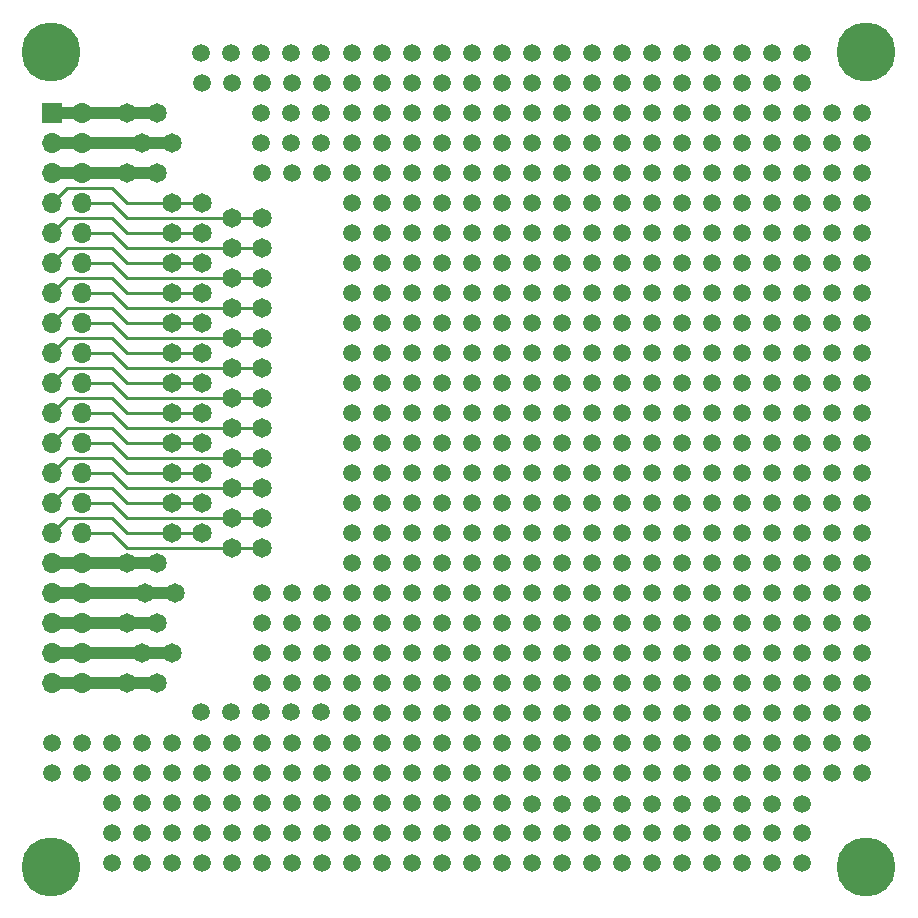
<source format=gbr>
%TF.GenerationSoftware,KiCad,Pcbnew,(6.0.1)*%
%TF.CreationDate,2023-02-05T21:11:55-08:00*%
%TF.ProjectId,ESP32 Carrier Protoboard - R1,45535033-3220-4436-9172-726965722050,rev?*%
%TF.SameCoordinates,Original*%
%TF.FileFunction,Copper,L1,Top*%
%TF.FilePolarity,Positive*%
%FSLAX46Y46*%
G04 Gerber Fmt 4.6, Leading zero omitted, Abs format (unit mm)*
G04 Created by KiCad (PCBNEW (6.0.1)) date 2023-02-05 21:11:55*
%MOMM*%
%LPD*%
G01*
G04 APERTURE LIST*
%TA.AperFunction,ComponentPad*%
%ADD10C,1.500000*%
%TD*%
%TA.AperFunction,ComponentPad*%
%ADD11C,1.651000*%
%TD*%
%TA.AperFunction,ComponentPad*%
%ADD12C,0.800000*%
%TD*%
%TA.AperFunction,ComponentPad*%
%ADD13C,5.000000*%
%TD*%
%TA.AperFunction,ComponentPad*%
%ADD14R,1.700000X1.700000*%
%TD*%
%TA.AperFunction,ComponentPad*%
%ADD15O,1.700000X1.700000*%
%TD*%
%TA.AperFunction,Conductor*%
%ADD16C,1.000000*%
%TD*%
%TA.AperFunction,Conductor*%
%ADD17C,0.250000*%
%TD*%
G04 APERTURE END LIST*
D10*
%TO.P,REF\u002A\u002A,1*%
%TO.N,N/C*%
X63974988Y-3153100D03*
%TD*%
%TO.P,REF\u002A\u002A,1*%
%TO.N,N/C*%
X58894988Y-3153100D03*
%TD*%
%TO.P,REF\u002A\u002A,1*%
%TO.N,N/C*%
X66514988Y-3153100D03*
%TD*%
%TO.P,REF\u002A\u002A,1*%
%TO.N,N/C*%
X61434988Y-3153100D03*
%TD*%
%TO.P,REF\u002A\u002A,1*%
%TO.N,N/C*%
X63974988Y-5693100D03*
%TD*%
%TO.P,REF\u002A\u002A,1*%
%TO.N,N/C*%
X58894988Y-5693100D03*
%TD*%
%TO.P,REF\u002A\u002A,1*%
%TO.N,N/C*%
X66514988Y-5693100D03*
%TD*%
%TO.P,REF\u002A\u002A,1*%
%TO.N,N/C*%
X61434988Y-5693100D03*
%TD*%
%TO.P,REF\u002A\u002A,1*%
%TO.N,N/C*%
X18218699Y-3121725D03*
%TD*%
%TO.P,REF\u002A\u002A,1*%
%TO.N,N/C*%
X23298699Y-3121725D03*
%TD*%
%TO.P,REF\u002A\u002A,1*%
%TO.N,N/C*%
X15678699Y-3121725D03*
%TD*%
%TO.P,REF\u002A\u002A,1*%
%TO.N,N/C*%
X20758699Y-3121725D03*
%TD*%
%TO.P,REF\u002A\u002A,1*%
%TO.N,N/C*%
X25838699Y-3121725D03*
%TD*%
%TO.P,REF\u002A\u002A,1*%
%TO.N,N/C*%
X18254988Y-5693100D03*
%TD*%
%TO.P,REF\u002A\u002A,1*%
%TO.N,N/C*%
X23334988Y-5693100D03*
%TD*%
%TO.P,REF\u002A\u002A,1*%
%TO.N,N/C*%
X15714988Y-5693100D03*
%TD*%
%TO.P,REF\u002A\u002A,1*%
%TO.N,N/C*%
X20794988Y-5693100D03*
%TD*%
%TO.P,REF\u002A\u002A,1*%
%TO.N,N/C*%
X25874988Y-5693100D03*
%TD*%
%TO.P,REF\u002A\u002A,1*%
%TO.N,N/C*%
X20758699Y-8212925D03*
%TD*%
%TO.P,REF\u002A\u002A,1*%
%TO.N,N/C*%
X23298699Y-8212925D03*
%TD*%
%TO.P,REF\u002A\u002A,1*%
%TO.N,N/C*%
X25838699Y-8212925D03*
%TD*%
%TO.P,REF\u002A\u002A,1*%
%TO.N,N/C*%
X20758699Y-10745127D03*
%TD*%
%TO.P,REF\u002A\u002A,1*%
%TO.N,N/C*%
X23298699Y-10745127D03*
%TD*%
%TO.P,REF\u002A\u002A,1*%
%TO.N,N/C*%
X25838699Y-10745127D03*
%TD*%
%TO.P,REF\u002A\u002A,1*%
%TO.N,N/C*%
X20794988Y-13313100D03*
%TD*%
%TO.P,REF\u002A\u002A,1*%
%TO.N,N/C*%
X23334988Y-13313100D03*
%TD*%
%TO.P,REF\u002A\u002A,1*%
%TO.N,N/C*%
X25874988Y-13313100D03*
%TD*%
%TO.P,REF\u002A\u002A,1*%
%TO.N,N/C*%
X20794988Y-48873100D03*
%TD*%
%TO.P,REF\u002A\u002A,1*%
%TO.N,N/C*%
X23334988Y-48873100D03*
%TD*%
%TO.P,REF\u002A\u002A,1*%
%TO.N,N/C*%
X25874988Y-48873100D03*
%TD*%
%TO.P,REF\u002A\u002A,1*%
%TO.N,N/C*%
X20794988Y-51413100D03*
%TD*%
%TO.P,REF\u002A\u002A,1*%
%TO.N,N/C*%
X23334988Y-51413100D03*
%TD*%
%TO.P,REF\u002A\u002A,1*%
%TO.N,N/C*%
X25874988Y-51413100D03*
%TD*%
%TO.P,REF\u002A\u002A,1*%
%TO.N,N/C*%
X20794988Y-53953100D03*
%TD*%
%TO.P,REF\u002A\u002A,1*%
%TO.N,N/C*%
X23334988Y-53953100D03*
%TD*%
%TO.P,REF\u002A\u002A,1*%
%TO.N,N/C*%
X25874988Y-53953100D03*
%TD*%
%TO.P,REF\u002A\u002A,1*%
%TO.N,N/C*%
X20794988Y-56493100D03*
%TD*%
%TO.P,REF\u002A\u002A,1*%
%TO.N,N/C*%
X23334988Y-56493100D03*
%TD*%
%TO.P,REF\u002A\u002A,1*%
%TO.N,N/C*%
X25874988Y-56493100D03*
%TD*%
%TO.P,REF\u002A\u002A,1*%
%TO.N,N/C*%
X10634988Y-61573100D03*
%TD*%
%TO.P,REF\u002A\u002A,1*%
%TO.N,N/C*%
X8094988Y-61573100D03*
%TD*%
%TO.P,REF\u002A\u002A,1*%
%TO.N,N/C*%
X5554988Y-61573100D03*
%TD*%
%TO.P,REF\u002A\u002A,1*%
%TO.N,N/C*%
X3014988Y-61573100D03*
%TD*%
%TO.P,REF\u002A\u002A,1*%
%TO.N,N/C*%
X13174988Y-61573100D03*
%TD*%
%TO.P,REF\u002A\u002A,1*%
%TO.N,N/C*%
X10634988Y-64113100D03*
%TD*%
%TO.P,REF\u002A\u002A,1*%
%TO.N,N/C*%
X8094988Y-64113100D03*
%TD*%
%TO.P,REF\u002A\u002A,1*%
%TO.N,N/C*%
X5554988Y-64113100D03*
%TD*%
%TO.P,REF\u002A\u002A,1*%
%TO.N,N/C*%
X3014988Y-64113100D03*
%TD*%
%TO.P,REF\u002A\u002A,1*%
%TO.N,N/C*%
X13174988Y-64113100D03*
%TD*%
%TO.P,REF\u002A\u002A,1*%
%TO.N,N/C*%
X23303165Y-58950754D03*
%TD*%
%TO.P,REF\u002A\u002A,1*%
%TO.N,N/C*%
X20763165Y-58950754D03*
%TD*%
%TO.P,REF\u002A\u002A,1*%
%TO.N,N/C*%
X18223165Y-58950754D03*
%TD*%
%TO.P,REF\u002A\u002A,1*%
%TO.N,N/C*%
X15683165Y-58950754D03*
%TD*%
%TO.P,REF\u002A\u002A,1*%
%TO.N,N/C*%
X25843165Y-58950754D03*
%TD*%
%TO.P,REF\u002A\u002A,1*%
%TO.N,N/C*%
X23334988Y-61573100D03*
%TD*%
%TO.P,REF\u002A\u002A,1*%
%TO.N,N/C*%
X20794988Y-61573100D03*
%TD*%
%TO.P,REF\u002A\u002A,1*%
%TO.N,N/C*%
X18254988Y-61573100D03*
%TD*%
%TO.P,REF\u002A\u002A,1*%
%TO.N,N/C*%
X15714988Y-61573100D03*
%TD*%
%TO.P,REF\u002A\u002A,1*%
%TO.N,N/C*%
X25874988Y-61573100D03*
%TD*%
%TO.P,REF\u002A\u002A,1*%
%TO.N,N/C*%
X23334988Y-64113100D03*
%TD*%
%TO.P,REF\u002A\u002A,1*%
%TO.N,N/C*%
X20794988Y-64113100D03*
%TD*%
%TO.P,REF\u002A\u002A,1*%
%TO.N,N/C*%
X18254988Y-64113100D03*
%TD*%
%TO.P,REF\u002A\u002A,1*%
%TO.N,N/C*%
X15714988Y-64113100D03*
%TD*%
%TO.P,REF\u002A\u002A,1*%
%TO.N,N/C*%
X25874988Y-64113100D03*
%TD*%
%TO.P,REF\u002A\u002A,1*%
%TO.N,N/C*%
X56354988Y-3153100D03*
%TD*%
%TO.P,REF\u002A\u002A,1*%
%TO.N,N/C*%
X43654988Y-3153100D03*
%TD*%
%TO.P,REF\u002A\u002A,1*%
%TO.N,N/C*%
X46194988Y-5693100D03*
%TD*%
%TO.P,REF\u002A\u002A,1*%
%TO.N,N/C*%
X43654988Y-5693100D03*
%TD*%
%TO.P,REF\u002A\u002A,1*%
%TO.N,N/C*%
X46194988Y-3153100D03*
%TD*%
%TO.P,REF\u002A\u002A,1*%
%TO.N,N/C*%
X48734988Y-5693100D03*
%TD*%
%TO.P,REF\u002A\u002A,1*%
%TO.N,N/C*%
X51274988Y-3153100D03*
%TD*%
%TO.P,REF\u002A\u002A,1*%
%TO.N,N/C*%
X48734988Y-3153100D03*
%TD*%
%TO.P,REF\u002A\u002A,1*%
%TO.N,N/C*%
X53814988Y-5693100D03*
%TD*%
%TO.P,REF\u002A\u002A,1*%
%TO.N,N/C*%
X51274988Y-5693100D03*
%TD*%
%TO.P,REF\u002A\u002A,1*%
%TO.N,N/C*%
X56354988Y-5693100D03*
%TD*%
%TO.P,REF\u002A\u002A,1*%
%TO.N,N/C*%
X53814988Y-3153100D03*
%TD*%
%TO.P,REF\u002A\u002A,1*%
%TO.N,N/C*%
X30954988Y-3153100D03*
%TD*%
%TO.P,REF\u002A\u002A,1*%
%TO.N,N/C*%
X33494988Y-5693100D03*
%TD*%
%TO.P,REF\u002A\u002A,1*%
%TO.N,N/C*%
X41114988Y-3153100D03*
%TD*%
%TO.P,REF\u002A\u002A,1*%
%TO.N,N/C*%
X30954988Y-5693100D03*
%TD*%
%TO.P,REF\u002A\u002A,1*%
%TO.N,N/C*%
X38574988Y-5693100D03*
%TD*%
%TO.P,REF\u002A\u002A,1*%
%TO.N,N/C*%
X33494988Y-3153100D03*
%TD*%
%TO.P,REF\u002A\u002A,1*%
%TO.N,N/C*%
X28414988Y-3153100D03*
%TD*%
%TO.P,REF\u002A\u002A,1*%
%TO.N,N/C*%
X28414988Y-5693100D03*
%TD*%
%TO.P,REF\u002A\u002A,1*%
%TO.N,N/C*%
X36034988Y-3153100D03*
%TD*%
%TO.P,REF\u002A\u002A,1*%
%TO.N,N/C*%
X41114988Y-5693100D03*
%TD*%
%TO.P,REF\u002A\u002A,1*%
%TO.N,N/C*%
X38574988Y-3153100D03*
%TD*%
%TO.P,REF\u002A\u002A,1*%
%TO.N,N/C*%
X36034988Y-5693100D03*
%TD*%
%TO.P,REF\u002A\u002A,1*%
%TO.N,N/C*%
X33494988Y-64113100D03*
%TD*%
%TO.P,REF\u002A\u002A,1*%
%TO.N,N/C*%
X36034988Y-64113100D03*
%TD*%
%TO.P,REF\u002A\u002A,1*%
%TO.N,N/C*%
X38574988Y-64113100D03*
%TD*%
%TO.P,REF\u002A\u002A,1*%
%TO.N,N/C*%
X28414988Y-64113100D03*
%TD*%
%TO.P,REF\u002A\u002A,1*%
%TO.N,N/C*%
X30954988Y-64113100D03*
%TD*%
%TO.P,REF\u002A\u002A,1*%
%TO.N,N/C*%
X41114988Y-64113100D03*
%TD*%
%TO.P,REF\u002A\u002A,1*%
%TO.N,N/C*%
X69054988Y-64113100D03*
%TD*%
%TO.P,REF\u002A\u002A,1*%
%TO.N,N/C*%
X51274988Y-64113100D03*
%TD*%
%TO.P,REF\u002A\u002A,1*%
%TO.N,N/C*%
X48734988Y-64113100D03*
%TD*%
%TO.P,REF\u002A\u002A,1*%
%TO.N,N/C*%
X58894988Y-64113100D03*
%TD*%
%TO.P,REF\u002A\u002A,1*%
%TO.N,N/C*%
X53814988Y-64113100D03*
%TD*%
%TO.P,REF\u002A\u002A,1*%
%TO.N,N/C*%
X71594988Y-64113100D03*
%TD*%
%TO.P,REF\u002A\u002A,1*%
%TO.N,N/C*%
X66514988Y-64113100D03*
%TD*%
%TO.P,REF\u002A\u002A,1*%
%TO.N,N/C*%
X46194988Y-64113100D03*
%TD*%
%TO.P,REF\u002A\u002A,1*%
%TO.N,N/C*%
X61434988Y-64113100D03*
%TD*%
%TO.P,REF\u002A\u002A,1*%
%TO.N,N/C*%
X63974988Y-64113100D03*
%TD*%
%TO.P,REF\u002A\u002A,1*%
%TO.N,N/C*%
X43654988Y-64113100D03*
%TD*%
%TO.P,REF\u002A\u002A,1*%
%TO.N,N/C*%
X56354988Y-64113100D03*
%TD*%
%TO.P,REF\u002A\u002A,1*%
%TO.N,N/C*%
X41114988Y-8233100D03*
%TD*%
%TO.P,REF\u002A\u002A,1*%
%TO.N,N/C*%
X28414988Y-8233100D03*
%TD*%
%TO.P,REF\u002A\u002A,1*%
%TO.N,N/C*%
X30954988Y-10773100D03*
%TD*%
%TO.P,REF\u002A\u002A,1*%
%TO.N,N/C*%
X28414988Y-10773100D03*
%TD*%
%TO.P,REF\u002A\u002A,1*%
%TO.N,N/C*%
X30954988Y-8233100D03*
%TD*%
%TO.P,REF\u002A\u002A,1*%
%TO.N,N/C*%
X33494988Y-10773100D03*
%TD*%
%TO.P,REF\u002A\u002A,1*%
%TO.N,N/C*%
X36034988Y-8233100D03*
%TD*%
%TO.P,REF\u002A\u002A,1*%
%TO.N,N/C*%
X33494988Y-8233100D03*
%TD*%
%TO.P,REF\u002A\u002A,1*%
%TO.N,N/C*%
X38574988Y-10773100D03*
%TD*%
%TO.P,REF\u002A\u002A,1*%
%TO.N,N/C*%
X33494988Y-23473100D03*
%TD*%
%TO.P,REF\u002A\u002A,1*%
%TO.N,N/C*%
X41114988Y-23473100D03*
%TD*%
%TO.P,REF\u002A\u002A,1*%
%TO.N,N/C*%
X30954988Y-18393100D03*
%TD*%
%TO.P,REF\u002A\u002A,1*%
%TO.N,N/C*%
X33494988Y-20933100D03*
%TD*%
%TO.P,REF\u002A\u002A,1*%
%TO.N,N/C*%
X38574988Y-23473100D03*
%TD*%
%TO.P,REF\u002A\u002A,1*%
%TO.N,N/C*%
X41114988Y-13313100D03*
%TD*%
%TO.P,REF\u002A\u002A,1*%
%TO.N,N/C*%
X36034988Y-10773100D03*
%TD*%
%TO.P,REF\u002A\u002A,1*%
%TO.N,N/C*%
X41114988Y-10773100D03*
%TD*%
%TO.P,REF\u002A\u002A,1*%
%TO.N,N/C*%
X38574988Y-8233100D03*
%TD*%
%TO.P,REF\u002A\u002A,1*%
%TO.N,N/C*%
X38574988Y-18393100D03*
%TD*%
%TO.P,REF\u002A\u002A,1*%
%TO.N,N/C*%
X41114988Y-20933100D03*
%TD*%
%TO.P,REF\u002A\u002A,1*%
%TO.N,N/C*%
X36034988Y-23473100D03*
%TD*%
%TO.P,REF\u002A\u002A,1*%
%TO.N,N/C*%
X30954988Y-15853100D03*
%TD*%
%TO.P,REF\u002A\u002A,1*%
%TO.N,N/C*%
X28414988Y-13313100D03*
%TD*%
%TO.P,REF\u002A\u002A,1*%
%TO.N,N/C*%
X30954988Y-20933100D03*
%TD*%
%TO.P,REF\u002A\u002A,1*%
%TO.N,N/C*%
X36034988Y-15853100D03*
%TD*%
%TO.P,REF\u002A\u002A,1*%
%TO.N,N/C*%
X28414988Y-20933100D03*
%TD*%
%TO.P,REF\u002A\u002A,1*%
%TO.N,N/C*%
X33494988Y-18393100D03*
%TD*%
%TO.P,REF\u002A\u002A,1*%
%TO.N,N/C*%
X28414988Y-15853100D03*
%TD*%
%TO.P,REF\u002A\u002A,1*%
%TO.N,N/C*%
X36034988Y-20933100D03*
%TD*%
%TO.P,REF\u002A\u002A,1*%
%TO.N,N/C*%
X30954988Y-13313100D03*
%TD*%
%TO.P,REF\u002A\u002A,1*%
%TO.N,N/C*%
X38574988Y-20933100D03*
%TD*%
%TO.P,REF\u002A\u002A,1*%
%TO.N,N/C*%
X28414988Y-23473100D03*
%TD*%
%TO.P,REF\u002A\u002A,1*%
%TO.N,N/C*%
X41114988Y-15853100D03*
%TD*%
%TO.P,REF\u002A\u002A,1*%
%TO.N,N/C*%
X30954988Y-23473100D03*
%TD*%
%TO.P,REF\u002A\u002A,1*%
%TO.N,N/C*%
X33494988Y-15853100D03*
%TD*%
%TO.P,REF\u002A\u002A,1*%
%TO.N,N/C*%
X41114988Y-18393100D03*
%TD*%
%TO.P,REF\u002A\u002A,1*%
%TO.N,N/C*%
X38574988Y-13313100D03*
%TD*%
%TO.P,REF\u002A\u002A,1*%
%TO.N,N/C*%
X33494988Y-13313100D03*
%TD*%
%TO.P,REF\u002A\u002A,1*%
%TO.N,N/C*%
X36034988Y-13313100D03*
%TD*%
%TO.P,REF\u002A\u002A,1*%
%TO.N,N/C*%
X28414988Y-18393100D03*
%TD*%
%TO.P,REF\u002A\u002A,1*%
%TO.N,N/C*%
X38574988Y-15853100D03*
%TD*%
%TO.P,REF\u002A\u002A,1*%
%TO.N,N/C*%
X36034988Y-18393100D03*
%TD*%
%TO.P,REF\u002A\u002A,1*%
%TO.N,N/C*%
X33494988Y-36173100D03*
%TD*%
%TO.P,REF\u002A\u002A,1*%
%TO.N,N/C*%
X30954988Y-31093100D03*
%TD*%
%TO.P,REF\u002A\u002A,1*%
%TO.N,N/C*%
X33494988Y-46333100D03*
%TD*%
%TO.P,REF\u002A\u002A,1*%
%TO.N,N/C*%
X38574988Y-41253100D03*
%TD*%
%TO.P,REF\u002A\u002A,1*%
%TO.N,N/C*%
X41114988Y-48873100D03*
%TD*%
%TO.P,REF\u002A\u002A,1*%
%TO.N,N/C*%
X38574988Y-36173100D03*
%TD*%
%TO.P,REF\u002A\u002A,1*%
%TO.N,N/C*%
X41114988Y-36173100D03*
%TD*%
%TO.P,REF\u002A\u002A,1*%
%TO.N,N/C*%
X30954988Y-43793100D03*
%TD*%
%TO.P,REF\u002A\u002A,1*%
%TO.N,N/C*%
X41114988Y-53953100D03*
%TD*%
%TO.P,REF\u002A\u002A,1*%
%TO.N,N/C*%
X33494988Y-33633100D03*
%TD*%
%TO.P,REF\u002A\u002A,1*%
%TO.N,N/C*%
X36034988Y-46333100D03*
%TD*%
%TO.P,REF\u002A\u002A,1*%
%TO.N,N/C*%
X28414988Y-43793100D03*
%TD*%
%TO.P,REF\u002A\u002A,1*%
%TO.N,N/C*%
X41114988Y-26013100D03*
%TD*%
%TO.P,REF\u002A\u002A,1*%
%TO.N,N/C*%
X36034988Y-43793100D03*
%TD*%
%TO.P,REF\u002A\u002A,1*%
%TO.N,N/C*%
X36034988Y-51413100D03*
%TD*%
%TO.P,REF\u002A\u002A,1*%
%TO.N,N/C*%
X30954988Y-46333100D03*
%TD*%
%TO.P,REF\u002A\u002A,1*%
%TO.N,N/C*%
X41114988Y-38713100D03*
%TD*%
%TO.P,REF\u002A\u002A,1*%
%TO.N,N/C*%
X36034988Y-48873100D03*
%TD*%
%TO.P,REF\u002A\u002A,1*%
%TO.N,N/C*%
X30954988Y-51413100D03*
%TD*%
%TO.P,REF\u002A\u002A,1*%
%TO.N,N/C*%
X41114988Y-46333100D03*
%TD*%
%TO.P,REF\u002A\u002A,1*%
%TO.N,N/C*%
X33494988Y-43793100D03*
%TD*%
%TO.P,REF\u002A\u002A,1*%
%TO.N,N/C*%
X33494988Y-59033100D03*
%TD*%
%TO.P,REF\u002A\u002A,1*%
%TO.N,N/C*%
X33494988Y-53953100D03*
%TD*%
%TO.P,REF\u002A\u002A,1*%
%TO.N,N/C*%
X28414988Y-51413100D03*
%TD*%
%TO.P,REF\u002A\u002A,1*%
%TO.N,N/C*%
X38574988Y-31093100D03*
%TD*%
%TO.P,REF\u002A\u002A,1*%
%TO.N,N/C*%
X38574988Y-51413100D03*
%TD*%
%TO.P,REF\u002A\u002A,1*%
%TO.N,N/C*%
X36034988Y-61573100D03*
%TD*%
%TO.P,REF\u002A\u002A,1*%
%TO.N,N/C*%
X33494988Y-61573100D03*
%TD*%
%TO.P,REF\u002A\u002A,1*%
%TO.N,N/C*%
X30954988Y-36173100D03*
%TD*%
%TO.P,REF\u002A\u002A,1*%
%TO.N,N/C*%
X41114988Y-33633100D03*
%TD*%
%TO.P,REF\u002A\u002A,1*%
%TO.N,N/C*%
X28414988Y-41253100D03*
%TD*%
%TO.P,REF\u002A\u002A,1*%
%TO.N,N/C*%
X28414988Y-28553100D03*
%TD*%
%TO.P,REF\u002A\u002A,1*%
%TO.N,N/C*%
X28414988Y-36173100D03*
%TD*%
%TO.P,REF\u002A\u002A,1*%
%TO.N,N/C*%
X41114988Y-28553100D03*
%TD*%
%TO.P,REF\u002A\u002A,1*%
%TO.N,N/C*%
X30954988Y-33633100D03*
%TD*%
%TO.P,REF\u002A\u002A,1*%
%TO.N,N/C*%
X30954988Y-59033100D03*
%TD*%
%TO.P,REF\u002A\u002A,1*%
%TO.N,N/C*%
X36034988Y-36173100D03*
%TD*%
%TO.P,REF\u002A\u002A,1*%
%TO.N,N/C*%
X30954988Y-56493100D03*
%TD*%
%TO.P,REF\u002A\u002A,1*%
%TO.N,N/C*%
X30954988Y-53953100D03*
%TD*%
%TO.P,REF\u002A\u002A,1*%
%TO.N,N/C*%
X41114988Y-51413100D03*
%TD*%
%TO.P,REF\u002A\u002A,1*%
%TO.N,N/C*%
X30954988Y-38713100D03*
%TD*%
%TO.P,REF\u002A\u002A,1*%
%TO.N,N/C*%
X38574988Y-46333100D03*
%TD*%
%TO.P,REF\u002A\u002A,1*%
%TO.N,N/C*%
X36034988Y-33633100D03*
%TD*%
%TO.P,REF\u002A\u002A,1*%
%TO.N,N/C*%
X30954988Y-26013100D03*
%TD*%
%TO.P,REF\u002A\u002A,1*%
%TO.N,N/C*%
X36034988Y-59033100D03*
%TD*%
%TO.P,REF\u002A\u002A,1*%
%TO.N,N/C*%
X38574988Y-48873100D03*
%TD*%
%TO.P,REF\u002A\u002A,1*%
%TO.N,N/C*%
X30954988Y-41253100D03*
%TD*%
%TO.P,REF\u002A\u002A,1*%
%TO.N,N/C*%
X36034988Y-28553100D03*
%TD*%
%TO.P,REF\u002A\u002A,1*%
%TO.N,N/C*%
X38574988Y-61573100D03*
%TD*%
%TO.P,REF\u002A\u002A,1*%
%TO.N,N/C*%
X33494988Y-28553100D03*
%TD*%
%TO.P,REF\u002A\u002A,1*%
%TO.N,N/C*%
X28414988Y-59033100D03*
%TD*%
%TO.P,REF\u002A\u002A,1*%
%TO.N,N/C*%
X38574988Y-59033100D03*
%TD*%
%TO.P,REF\u002A\u002A,1*%
%TO.N,N/C*%
X33494988Y-48873100D03*
%TD*%
%TO.P,REF\u002A\u002A,1*%
%TO.N,N/C*%
X30954988Y-28553100D03*
%TD*%
%TO.P,REF\u002A\u002A,1*%
%TO.N,N/C*%
X36034988Y-56493100D03*
%TD*%
%TO.P,REF\u002A\u002A,1*%
%TO.N,N/C*%
X41114988Y-41253100D03*
%TD*%
%TO.P,REF\u002A\u002A,1*%
%TO.N,N/C*%
X36034988Y-41253100D03*
%TD*%
%TO.P,REF\u002A\u002A,1*%
%TO.N,N/C*%
X41114988Y-43793100D03*
%TD*%
%TO.P,REF\u002A\u002A,1*%
%TO.N,N/C*%
X28414988Y-56493100D03*
%TD*%
%TO.P,REF\u002A\u002A,1*%
%TO.N,N/C*%
X33494988Y-31093100D03*
%TD*%
%TO.P,REF\u002A\u002A,1*%
%TO.N,N/C*%
X33494988Y-51413100D03*
%TD*%
%TO.P,REF\u002A\u002A,1*%
%TO.N,N/C*%
X38574988Y-56493100D03*
%TD*%
%TO.P,REF\u002A\u002A,1*%
%TO.N,N/C*%
X33494988Y-41253100D03*
%TD*%
%TO.P,REF\u002A\u002A,1*%
%TO.N,N/C*%
X38574988Y-33633100D03*
%TD*%
%TO.P,REF\u002A\u002A,1*%
%TO.N,N/C*%
X28414988Y-33633100D03*
%TD*%
%TO.P,REF\u002A\u002A,1*%
%TO.N,N/C*%
X33494988Y-38713100D03*
%TD*%
%TO.P,REF\u002A\u002A,1*%
%TO.N,N/C*%
X28414988Y-38713100D03*
%TD*%
%TO.P,REF\u002A\u002A,1*%
%TO.N,N/C*%
X28414988Y-46333100D03*
%TD*%
%TO.P,REF\u002A\u002A,1*%
%TO.N,N/C*%
X28414988Y-26013100D03*
%TD*%
%TO.P,REF\u002A\u002A,1*%
%TO.N,N/C*%
X30954988Y-61573100D03*
%TD*%
%TO.P,REF\u002A\u002A,1*%
%TO.N,N/C*%
X28414988Y-48873100D03*
%TD*%
%TO.P,REF\u002A\u002A,1*%
%TO.N,N/C*%
X33494988Y-56493100D03*
%TD*%
%TO.P,REF\u002A\u002A,1*%
%TO.N,N/C*%
X28414988Y-53953100D03*
%TD*%
%TO.P,REF\u002A\u002A,1*%
%TO.N,N/C*%
X41114988Y-31093100D03*
%TD*%
%TO.P,REF\u002A\u002A,1*%
%TO.N,N/C*%
X38574988Y-28553100D03*
%TD*%
%TO.P,REF\u002A\u002A,1*%
%TO.N,N/C*%
X41114988Y-56493100D03*
%TD*%
%TO.P,REF\u002A\u002A,1*%
%TO.N,N/C*%
X38574988Y-43793100D03*
%TD*%
%TO.P,REF\u002A\u002A,1*%
%TO.N,N/C*%
X36034988Y-26013100D03*
%TD*%
%TO.P,REF\u002A\u002A,1*%
%TO.N,N/C*%
X36034988Y-38713100D03*
%TD*%
%TO.P,REF\u002A\u002A,1*%
%TO.N,N/C*%
X38574988Y-38713100D03*
%TD*%
%TO.P,REF\u002A\u002A,1*%
%TO.N,N/C*%
X28414988Y-31093100D03*
%TD*%
%TO.P,REF\u002A\u002A,1*%
%TO.N,N/C*%
X28414988Y-61573100D03*
%TD*%
%TO.P,REF\u002A\u002A,1*%
%TO.N,N/C*%
X30954988Y-48873100D03*
%TD*%
%TO.P,REF\u002A\u002A,1*%
%TO.N,N/C*%
X41114988Y-61573100D03*
%TD*%
%TO.P,REF\u002A\u002A,1*%
%TO.N,N/C*%
X36034988Y-53953100D03*
%TD*%
%TO.P,REF\u002A\u002A,1*%
%TO.N,N/C*%
X38574988Y-26013100D03*
%TD*%
%TO.P,REF\u002A\u002A,1*%
%TO.N,N/C*%
X41114988Y-59033100D03*
%TD*%
%TO.P,REF\u002A\u002A,1*%
%TO.N,N/C*%
X33494988Y-26013100D03*
%TD*%
%TO.P,REF\u002A\u002A,1*%
%TO.N,N/C*%
X36034988Y-31093100D03*
%TD*%
%TO.P,REF\u002A\u002A,1*%
%TO.N,N/C*%
X38574988Y-53953100D03*
%TD*%
%TO.P,REF\u002A\u002A,1*%
%TO.N,N/C*%
X63974988Y-8233100D03*
%TD*%
%TO.P,REF\u002A\u002A,1*%
%TO.N,N/C*%
X56354988Y-8233100D03*
%TD*%
%TO.P,REF\u002A\u002A,1*%
%TO.N,N/C*%
X69054988Y-8233100D03*
%TD*%
%TO.P,REF\u002A\u002A,1*%
%TO.N,N/C*%
X69054988Y-10773100D03*
%TD*%
%TO.P,REF\u002A\u002A,1*%
%TO.N,N/C*%
X71594988Y-10773100D03*
%TD*%
%TO.P,REF\u002A\u002A,1*%
%TO.N,N/C*%
X61434988Y-10773100D03*
%TD*%
%TO.P,REF\u002A\u002A,1*%
%TO.N,N/C*%
X61434988Y-8233100D03*
%TD*%
%TO.P,REF\u002A\u002A,1*%
%TO.N,N/C*%
X58894988Y-8233100D03*
%TD*%
%TO.P,REF\u002A\u002A,1*%
%TO.N,N/C*%
X46194988Y-10773100D03*
%TD*%
%TO.P,REF\u002A\u002A,1*%
%TO.N,N/C*%
X43654988Y-8233100D03*
%TD*%
%TO.P,REF\u002A\u002A,1*%
%TO.N,N/C*%
X66514988Y-8233100D03*
%TD*%
%TO.P,REF\u002A\u002A,1*%
%TO.N,N/C*%
X58894988Y-10773100D03*
%TD*%
%TO.P,REF\u002A\u002A,1*%
%TO.N,N/C*%
X51274988Y-10773100D03*
%TD*%
%TO.P,REF\u002A\u002A,1*%
%TO.N,N/C*%
X63974988Y-10773100D03*
%TD*%
%TO.P,REF\u002A\u002A,1*%
%TO.N,N/C*%
X43654988Y-10773100D03*
%TD*%
%TO.P,REF\u002A\u002A,1*%
%TO.N,N/C*%
X46194988Y-8233100D03*
%TD*%
%TO.P,REF\u002A\u002A,1*%
%TO.N,N/C*%
X56354988Y-10773100D03*
%TD*%
%TO.P,REF\u002A\u002A,1*%
%TO.N,N/C*%
X48734988Y-10773100D03*
%TD*%
%TO.P,REF\u002A\u002A,1*%
%TO.N,N/C*%
X53814988Y-8233100D03*
%TD*%
%TO.P,REF\u002A\u002A,1*%
%TO.N,N/C*%
X48734988Y-8233100D03*
%TD*%
%TO.P,REF\u002A\u002A,1*%
%TO.N,N/C*%
X51274988Y-8233100D03*
%TD*%
%TO.P,REF\u002A\u002A,1*%
%TO.N,N/C*%
X71594988Y-8233100D03*
%TD*%
%TO.P,REF\u002A\u002A,1*%
%TO.N,N/C*%
X66514988Y-10773100D03*
%TD*%
%TO.P,REF\u002A\u002A,1*%
%TO.N,N/C*%
X53814988Y-10773100D03*
%TD*%
%TO.P,REF\u002A\u002A,1*%
%TO.N,N/C*%
X66514988Y-18393100D03*
%TD*%
%TO.P,REF\u002A\u002A,1*%
%TO.N,N/C*%
X48734988Y-23473100D03*
%TD*%
%TO.P,REF\u002A\u002A,1*%
%TO.N,N/C*%
X46194988Y-18393100D03*
%TD*%
%TO.P,REF\u002A\u002A,1*%
%TO.N,N/C*%
X63974988Y-13313100D03*
%TD*%
%TO.P,REF\u002A\u002A,1*%
%TO.N,N/C*%
X53814988Y-23473100D03*
%TD*%
%TO.P,REF\u002A\u002A,1*%
%TO.N,N/C*%
X56354988Y-23473100D03*
%TD*%
%TO.P,REF\u002A\u002A,1*%
%TO.N,N/C*%
X66514988Y-23473100D03*
%TD*%
%TO.P,REF\u002A\u002A,1*%
%TO.N,N/C*%
X63974988Y-18393100D03*
%TD*%
%TO.P,REF\u002A\u002A,1*%
%TO.N,N/C*%
X69054988Y-15853100D03*
%TD*%
%TO.P,REF\u002A\u002A,1*%
%TO.N,N/C*%
X61434988Y-18393100D03*
%TD*%
%TO.P,REF\u002A\u002A,1*%
%TO.N,N/C*%
X48734988Y-20933100D03*
%TD*%
%TO.P,REF\u002A\u002A,1*%
%TO.N,N/C*%
X71594988Y-18393100D03*
%TD*%
%TO.P,REF\u002A\u002A,1*%
%TO.N,N/C*%
X56354988Y-13313100D03*
%TD*%
%TO.P,REF\u002A\u002A,1*%
%TO.N,N/C*%
X61434988Y-23473100D03*
%TD*%
%TO.P,REF\u002A\u002A,1*%
%TO.N,N/C*%
X69054988Y-13313100D03*
%TD*%
%TO.P,REF\u002A\u002A,1*%
%TO.N,N/C*%
X58894988Y-18393100D03*
%TD*%
%TO.P,REF\u002A\u002A,1*%
%TO.N,N/C*%
X53814988Y-18393100D03*
%TD*%
%TO.P,REF\u002A\u002A,1*%
%TO.N,N/C*%
X63974988Y-20933100D03*
%TD*%
%TO.P,REF\u002A\u002A,1*%
%TO.N,N/C*%
X71594988Y-15853100D03*
%TD*%
%TO.P,REF\u002A\u002A,1*%
%TO.N,N/C*%
X66514988Y-20933100D03*
%TD*%
%TO.P,REF\u002A\u002A,1*%
%TO.N,N/C*%
X61434988Y-15853100D03*
%TD*%
%TO.P,REF\u002A\u002A,1*%
%TO.N,N/C*%
X46194988Y-23473100D03*
%TD*%
%TO.P,REF\u002A\u002A,1*%
%TO.N,N/C*%
X61434988Y-13313100D03*
%TD*%
%TO.P,REF\u002A\u002A,1*%
%TO.N,N/C*%
X56354988Y-20933100D03*
%TD*%
%TO.P,REF\u002A\u002A,1*%
%TO.N,N/C*%
X43654988Y-15853100D03*
%TD*%
%TO.P,REF\u002A\u002A,1*%
%TO.N,N/C*%
X58894988Y-15853100D03*
%TD*%
%TO.P,REF\u002A\u002A,1*%
%TO.N,N/C*%
X43654988Y-23473100D03*
%TD*%
%TO.P,REF\u002A\u002A,1*%
%TO.N,N/C*%
X56354988Y-15853100D03*
%TD*%
%TO.P,REF\u002A\u002A,1*%
%TO.N,N/C*%
X46194988Y-20933100D03*
%TD*%
%TO.P,REF\u002A\u002A,1*%
%TO.N,N/C*%
X58894988Y-20933100D03*
%TD*%
%TO.P,REF\u002A\u002A,1*%
%TO.N,N/C*%
X51274988Y-23473100D03*
%TD*%
%TO.P,REF\u002A\u002A,1*%
%TO.N,N/C*%
X69054988Y-23473100D03*
%TD*%
%TO.P,REF\u002A\u002A,1*%
%TO.N,N/C*%
X51274988Y-20933100D03*
%TD*%
%TO.P,REF\u002A\u002A,1*%
%TO.N,N/C*%
X46194988Y-13313100D03*
%TD*%
%TO.P,REF\u002A\u002A,1*%
%TO.N,N/C*%
X51274988Y-15853100D03*
%TD*%
%TO.P,REF\u002A\u002A,1*%
%TO.N,N/C*%
X71594988Y-23473100D03*
%TD*%
%TO.P,REF\u002A\u002A,1*%
%TO.N,N/C*%
X71594988Y-20933100D03*
%TD*%
%TO.P,REF\u002A\u002A,1*%
%TO.N,N/C*%
X48734988Y-15853100D03*
%TD*%
%TO.P,REF\u002A\u002A,1*%
%TO.N,N/C*%
X58894988Y-13313100D03*
%TD*%
%TO.P,REF\u002A\u002A,1*%
%TO.N,N/C*%
X46194988Y-15853100D03*
%TD*%
%TO.P,REF\u002A\u002A,1*%
%TO.N,N/C*%
X66514988Y-13313100D03*
%TD*%
%TO.P,REF\u002A\u002A,1*%
%TO.N,N/C*%
X48734988Y-18393100D03*
%TD*%
%TO.P,REF\u002A\u002A,1*%
%TO.N,N/C*%
X53814988Y-20933100D03*
%TD*%
%TO.P,REF\u002A\u002A,1*%
%TO.N,N/C*%
X43654988Y-20933100D03*
%TD*%
%TO.P,REF\u002A\u002A,1*%
%TO.N,N/C*%
X43654988Y-13313100D03*
%TD*%
%TO.P,REF\u002A\u002A,1*%
%TO.N,N/C*%
X63974988Y-15853100D03*
%TD*%
%TO.P,REF\u002A\u002A,1*%
%TO.N,N/C*%
X61434988Y-20933100D03*
%TD*%
%TO.P,REF\u002A\u002A,1*%
%TO.N,N/C*%
X56354988Y-18393100D03*
%TD*%
%TO.P,REF\u002A\u002A,1*%
%TO.N,N/C*%
X53814988Y-15853100D03*
%TD*%
%TO.P,REF\u002A\u002A,1*%
%TO.N,N/C*%
X58894988Y-23473100D03*
%TD*%
%TO.P,REF\u002A\u002A,1*%
%TO.N,N/C*%
X69054988Y-20933100D03*
%TD*%
%TO.P,REF\u002A\u002A,1*%
%TO.N,N/C*%
X51274988Y-13313100D03*
%TD*%
%TO.P,REF\u002A\u002A,1*%
%TO.N,N/C*%
X43654988Y-18393100D03*
%TD*%
%TO.P,REF\u002A\u002A,1*%
%TO.N,N/C*%
X71594988Y-13313100D03*
%TD*%
%TO.P,REF\u002A\u002A,1*%
%TO.N,N/C*%
X53814988Y-13313100D03*
%TD*%
%TO.P,REF\u002A\u002A,1*%
%TO.N,N/C*%
X66514988Y-15853100D03*
%TD*%
%TO.P,REF\u002A\u002A,1*%
%TO.N,N/C*%
X63974988Y-23473100D03*
%TD*%
%TO.P,REF\u002A\u002A,1*%
%TO.N,N/C*%
X48734988Y-13313100D03*
%TD*%
%TO.P,REF\u002A\u002A,1*%
%TO.N,N/C*%
X51274988Y-18393100D03*
%TD*%
%TO.P,REF\u002A\u002A,1*%
%TO.N,N/C*%
X69054988Y-18393100D03*
%TD*%
%TO.P,REF\u002A\u002A,1*%
%TO.N,N/C*%
X66514988Y-31093100D03*
%TD*%
%TO.P,REF\u002A\u002A,1*%
%TO.N,N/C*%
X48734988Y-36173100D03*
%TD*%
%TO.P,REF\u002A\u002A,1*%
%TO.N,N/C*%
X46194988Y-31093100D03*
%TD*%
%TO.P,REF\u002A\u002A,1*%
%TO.N,N/C*%
X48734988Y-46333100D03*
%TD*%
%TO.P,REF\u002A\u002A,1*%
%TO.N,N/C*%
X63974988Y-26013100D03*
%TD*%
%TO.P,REF\u002A\u002A,1*%
%TO.N,N/C*%
X53814988Y-36173100D03*
%TD*%
%TO.P,REF\u002A\u002A,1*%
%TO.N,N/C*%
X63974988Y-56493100D03*
%TD*%
%TO.P,REF\u002A\u002A,1*%
%TO.N,N/C*%
X56354988Y-26013100D03*
%TD*%
%TO.P,REF\u002A\u002A,1*%
%TO.N,N/C*%
X63974988Y-31093100D03*
%TD*%
%TO.P,REF\u002A\u002A,1*%
%TO.N,N/C*%
X56354988Y-48873100D03*
%TD*%
%TO.P,REF\u002A\u002A,1*%
%TO.N,N/C*%
X69054988Y-28553100D03*
%TD*%
%TO.P,REF\u002A\u002A,1*%
%TO.N,N/C*%
X63974988Y-38713100D03*
%TD*%
%TO.P,REF\u002A\u002A,1*%
%TO.N,N/C*%
X56354988Y-36173100D03*
%TD*%
%TO.P,REF\u002A\u002A,1*%
%TO.N,N/C*%
X66514988Y-36173100D03*
%TD*%
%TO.P,REF\u002A\u002A,1*%
%TO.N,N/C*%
X71594988Y-53953100D03*
%TD*%
%TO.P,REF\u002A\u002A,1*%
%TO.N,N/C*%
X46194988Y-43793100D03*
%TD*%
%TO.P,REF\u002A\u002A,1*%
%TO.N,N/C*%
X43654988Y-43793100D03*
%TD*%
%TO.P,REF\u002A\u002A,1*%
%TO.N,N/C*%
X56354988Y-53953100D03*
%TD*%
%TO.P,REF\u002A\u002A,1*%
%TO.N,N/C*%
X48734988Y-33633100D03*
%TD*%
%TO.P,REF\u002A\u002A,1*%
%TO.N,N/C*%
X53814988Y-41253100D03*
%TD*%
%TO.P,REF\u002A\u002A,1*%
%TO.N,N/C*%
X71594988Y-31093100D03*
%TD*%
%TO.P,REF\u002A\u002A,1*%
%TO.N,N/C*%
X63974988Y-41253100D03*
%TD*%
%TO.P,REF\u002A\u002A,1*%
%TO.N,N/C*%
X51274988Y-43793100D03*
%TD*%
%TO.P,REF\u002A\u002A,1*%
%TO.N,N/C*%
X66514988Y-59033100D03*
%TD*%
%TO.P,REF\u002A\u002A,1*%
%TO.N,N/C*%
X51274988Y-46333100D03*
%TD*%
%TO.P,REF\u002A\u002A,1*%
%TO.N,N/C*%
X61434988Y-31093100D03*
%TD*%
%TO.P,REF\u002A\u002A,1*%
%TO.N,N/C*%
X63974988Y-33633100D03*
%TD*%
%TO.P,REF\u002A\u002A,1*%
%TO.N,N/C*%
X51274988Y-51413100D03*
%TD*%
%TO.P,REF\u002A\u002A,1*%
%TO.N,N/C*%
X53814988Y-51413100D03*
%TD*%
%TO.P,REF\u002A\u002A,1*%
%TO.N,N/C*%
X63974988Y-51413100D03*
%TD*%
%TO.P,REF\u002A\u002A,1*%
%TO.N,N/C*%
X71594988Y-28553100D03*
%TD*%
%TO.P,REF\u002A\u002A,1*%
%TO.N,N/C*%
X56354988Y-46333100D03*
%TD*%
%TO.P,REF\u002A\u002A,1*%
%TO.N,N/C*%
X61434988Y-36173100D03*
%TD*%
%TO.P,REF\u002A\u002A,1*%
%TO.N,N/C*%
X43654988Y-51413100D03*
%TD*%
%TO.P,REF\u002A\u002A,1*%
%TO.N,N/C*%
X48734988Y-43793100D03*
%TD*%
%TO.P,REF\u002A\u002A,1*%
%TO.N,N/C*%
X71594988Y-48873100D03*
%TD*%
%TO.P,REF\u002A\u002A,1*%
%TO.N,N/C*%
X58894988Y-38713100D03*
%TD*%
%TO.P,REF\u002A\u002A,1*%
%TO.N,N/C*%
X69054988Y-61573100D03*
%TD*%
%TO.P,REF\u002A\u002A,1*%
%TO.N,N/C*%
X51274988Y-48873100D03*
%TD*%
%TO.P,REF\u002A\u002A,1*%
%TO.N,N/C*%
X58894988Y-31093100D03*
%TD*%
%TO.P,REF\u002A\u002A,1*%
%TO.N,N/C*%
X48734988Y-53953100D03*
%TD*%
%TO.P,REF\u002A\u002A,1*%
%TO.N,N/C*%
X58894988Y-48873100D03*
%TD*%
%TO.P,REF\u002A\u002A,1*%
%TO.N,N/C*%
X69054988Y-26013100D03*
%TD*%
%TO.P,REF\u002A\u002A,1*%
%TO.N,N/C*%
X56354988Y-38713100D03*
%TD*%
%TO.P,REF\u002A\u002A,1*%
%TO.N,N/C*%
X46194988Y-46333100D03*
%TD*%
%TO.P,REF\u002A\u002A,1*%
%TO.N,N/C*%
X51274988Y-61573100D03*
%TD*%
%TO.P,REF\u002A\u002A,1*%
%TO.N,N/C*%
X69054988Y-53953100D03*
%TD*%
%TO.P,REF\u002A\u002A,1*%
%TO.N,N/C*%
X48734988Y-59033100D03*
%TD*%
%TO.P,REF\u002A\u002A,1*%
%TO.N,N/C*%
X46194988Y-51413100D03*
%TD*%
%TO.P,REF\u002A\u002A,1*%
%TO.N,N/C*%
X58894988Y-53953100D03*
%TD*%
%TO.P,REF\u002A\u002A,1*%
%TO.N,N/C*%
X71594988Y-41253100D03*
%TD*%
%TO.P,REF\u002A\u002A,1*%
%TO.N,N/C*%
X53814988Y-31093100D03*
%TD*%
%TO.P,REF\u002A\u002A,1*%
%TO.N,N/C*%
X48734988Y-61573100D03*
%TD*%
%TO.P,REF\u002A\u002A,1*%
%TO.N,N/C*%
X61434988Y-28553100D03*
%TD*%
%TO.P,REF\u002A\u002A,1*%
%TO.N,N/C*%
X46194988Y-36173100D03*
%TD*%
%TO.P,REF\u002A\u002A,1*%
%TO.N,N/C*%
X61434988Y-48873100D03*
%TD*%
%TO.P,REF\u002A\u002A,1*%
%TO.N,N/C*%
X66514988Y-33633100D03*
%TD*%
%TO.P,REF\u002A\u002A,1*%
%TO.N,N/C*%
X46194988Y-56493100D03*
%TD*%
%TO.P,REF\u002A\u002A,1*%
%TO.N,N/C*%
X51274988Y-36173100D03*
%TD*%
%TO.P,REF\u002A\u002A,1*%
%TO.N,N/C*%
X61434988Y-26013100D03*
%TD*%
%TO.P,REF\u002A\u002A,1*%
%TO.N,N/C*%
X71594988Y-56493100D03*
%TD*%
%TO.P,REF\u002A\u002A,1*%
%TO.N,N/C*%
X69054988Y-56493100D03*
%TD*%
%TO.P,REF\u002A\u002A,1*%
%TO.N,N/C*%
X66514988Y-38713100D03*
%TD*%
%TO.P,REF\u002A\u002A,1*%
%TO.N,N/C*%
X46194988Y-38713100D03*
%TD*%
%TO.P,REF\u002A\u002A,1*%
%TO.N,N/C*%
X56354988Y-28553100D03*
%TD*%
%TO.P,REF\u002A\u002A,1*%
%TO.N,N/C*%
X66514988Y-41253100D03*
%TD*%
%TO.P,REF\u002A\u002A,1*%
%TO.N,N/C*%
X61434988Y-53953100D03*
%TD*%
%TO.P,REF\u002A\u002A,1*%
%TO.N,N/C*%
X46194988Y-33633100D03*
%TD*%
%TO.P,REF\u002A\u002A,1*%
%TO.N,N/C*%
X56354988Y-33633100D03*
%TD*%
%TO.P,REF\u002A\u002A,1*%
%TO.N,N/C*%
X69054988Y-36173100D03*
%TD*%
%TO.P,REF\u002A\u002A,1*%
%TO.N,N/C*%
X43654988Y-36173100D03*
%TD*%
%TO.P,REF\u002A\u002A,1*%
%TO.N,N/C*%
X53814988Y-46333100D03*
%TD*%
%TO.P,REF\u002A\u002A,1*%
%TO.N,N/C*%
X66514988Y-56493100D03*
%TD*%
%TO.P,REF\u002A\u002A,1*%
%TO.N,N/C*%
X46194988Y-59033100D03*
%TD*%
%TO.P,REF\u002A\u002A,1*%
%TO.N,N/C*%
X61434988Y-51413100D03*
%TD*%
%TO.P,REF\u002A\u002A,1*%
%TO.N,N/C*%
X51274988Y-33633100D03*
%TD*%
%TO.P,REF\u002A\u002A,1*%
%TO.N,N/C*%
X58894988Y-33633100D03*
%TD*%
%TO.P,REF\u002A\u002A,1*%
%TO.N,N/C*%
X61434988Y-38713100D03*
%TD*%
%TO.P,REF\u002A\u002A,1*%
%TO.N,N/C*%
X46194988Y-53953100D03*
%TD*%
%TO.P,REF\u002A\u002A,1*%
%TO.N,N/C*%
X61434988Y-43793100D03*
%TD*%
%TO.P,REF\u002A\u002A,1*%
%TO.N,N/C*%
X58894988Y-61573100D03*
%TD*%
%TO.P,REF\u002A\u002A,1*%
%TO.N,N/C*%
X43654988Y-41253100D03*
%TD*%
%TO.P,REF\u002A\u002A,1*%
%TO.N,N/C*%
X56354988Y-51413100D03*
%TD*%
%TO.P,REF\u002A\u002A,1*%
%TO.N,N/C*%
X69054988Y-41253100D03*
%TD*%
%TO.P,REF\u002A\u002A,1*%
%TO.N,N/C*%
X58894988Y-28553100D03*
%TD*%
%TO.P,REF\u002A\u002A,1*%
%TO.N,N/C*%
X43654988Y-28553100D03*
%TD*%
%TO.P,REF\u002A\u002A,1*%
%TO.N,N/C*%
X71594988Y-61573100D03*
%TD*%
%TO.P,REF\u002A\u002A,1*%
%TO.N,N/C*%
X46194988Y-26013100D03*
%TD*%
%TO.P,REF\u002A\u002A,1*%
%TO.N,N/C*%
X58894988Y-56493100D03*
%TD*%
%TO.P,REF\u002A\u002A,1*%
%TO.N,N/C*%
X51274988Y-59033100D03*
%TD*%
%TO.P,REF\u002A\u002A,1*%
%TO.N,N/C*%
X53814988Y-48873100D03*
%TD*%
%TO.P,REF\u002A\u002A,1*%
%TO.N,N/C*%
X51274988Y-28553100D03*
%TD*%
%TO.P,REF\u002A\u002A,1*%
%TO.N,N/C*%
X71594988Y-43793100D03*
%TD*%
%TO.P,REF\u002A\u002A,1*%
%TO.N,N/C*%
X48734988Y-48873100D03*
%TD*%
%TO.P,REF\u002A\u002A,1*%
%TO.N,N/C*%
X69054988Y-38713100D03*
%TD*%
%TO.P,REF\u002A\u002A,1*%
%TO.N,N/C*%
X53814988Y-59033100D03*
%TD*%
%TO.P,REF\u002A\u002A,1*%
%TO.N,N/C*%
X46194988Y-28553100D03*
%TD*%
%TO.P,REF\u002A\u002A,1*%
%TO.N,N/C*%
X69054988Y-46333100D03*
%TD*%
%TO.P,REF\u002A\u002A,1*%
%TO.N,N/C*%
X46194988Y-41253100D03*
%TD*%
%TO.P,REF\u002A\u002A,1*%
%TO.N,N/C*%
X66514988Y-51413100D03*
%TD*%
%TO.P,REF\u002A\u002A,1*%
%TO.N,N/C*%
X53814988Y-61573100D03*
%TD*%
%TO.P,REF\u002A\u002A,1*%
%TO.N,N/C*%
X63974988Y-43793100D03*
%TD*%
%TO.P,REF\u002A\u002A,1*%
%TO.N,N/C*%
X48734988Y-28553100D03*
%TD*%
%TO.P,REF\u002A\u002A,1*%
%TO.N,N/C*%
X71594988Y-36173100D03*
%TD*%
%TO.P,REF\u002A\u002A,1*%
%TO.N,N/C*%
X58894988Y-26013100D03*
%TD*%
%TO.P,REF\u002A\u002A,1*%
%TO.N,N/C*%
X69054988Y-51413100D03*
%TD*%
%TO.P,REF\u002A\u002A,1*%
%TO.N,N/C*%
X43654988Y-59033100D03*
%TD*%
%TO.P,REF\u002A\u002A,1*%
%TO.N,N/C*%
X58894988Y-59033100D03*
%TD*%
%TO.P,REF\u002A\u002A,1*%
%TO.N,N/C*%
X71594988Y-33633100D03*
%TD*%
%TO.P,REF\u002A\u002A,1*%
%TO.N,N/C*%
X51274988Y-53953100D03*
%TD*%
%TO.P,REF\u002A\u002A,1*%
%TO.N,N/C*%
X69054988Y-31093100D03*
%TD*%
%TO.P,REF\u002A\u002A,1*%
%TO.N,N/C*%
X51274988Y-31093100D03*
%TD*%
%TO.P,REF\u002A\u002A,1*%
%TO.N,N/C*%
X53814988Y-53953100D03*
%TD*%
%TO.P,REF\u002A\u002A,1*%
%TO.N,N/C*%
X48734988Y-26013100D03*
%TD*%
%TO.P,REF\u002A\u002A,1*%
%TO.N,N/C*%
X63974988Y-46333100D03*
%TD*%
%TO.P,REF\u002A\u002A,1*%
%TO.N,N/C*%
X53814988Y-26013100D03*
%TD*%
%TO.P,REF\u002A\u002A,1*%
%TO.N,N/C*%
X61434988Y-41253100D03*
%TD*%
%TO.P,REF\u002A\u002A,1*%
%TO.N,N/C*%
X66514988Y-28553100D03*
%TD*%
%TO.P,REF\u002A\u002A,1*%
%TO.N,N/C*%
X56354988Y-59033100D03*
%TD*%
%TO.P,REF\u002A\u002A,1*%
%TO.N,N/C*%
X71594988Y-26013100D03*
%TD*%
%TO.P,REF\u002A\u002A,1*%
%TO.N,N/C*%
X61434988Y-46333100D03*
%TD*%
%TO.P,REF\u002A\u002A,1*%
%TO.N,N/C*%
X63974988Y-36173100D03*
%TD*%
%TO.P,REF\u002A\u002A,1*%
%TO.N,N/C*%
X51274988Y-56493100D03*
%TD*%
%TO.P,REF\u002A\u002A,1*%
%TO.N,N/C*%
X56354988Y-41253100D03*
%TD*%
%TO.P,REF\u002A\u002A,1*%
%TO.N,N/C*%
X51274988Y-41253100D03*
%TD*%
%TO.P,REF\u002A\u002A,1*%
%TO.N,N/C*%
X56354988Y-43793100D03*
%TD*%
%TO.P,REF\u002A\u002A,1*%
%TO.N,N/C*%
X43654988Y-46333100D03*
%TD*%
%TO.P,REF\u002A\u002A,1*%
%TO.N,N/C*%
X66514988Y-43793100D03*
%TD*%
%TO.P,REF\u002A\u002A,1*%
%TO.N,N/C*%
X66514988Y-48873100D03*
%TD*%
%TO.P,REF\u002A\u002A,1*%
%TO.N,N/C*%
X66514988Y-26013100D03*
%TD*%
%TO.P,REF\u002A\u002A,1*%
%TO.N,N/C*%
X48734988Y-51413100D03*
%TD*%
%TO.P,REF\u002A\u002A,1*%
%TO.N,N/C*%
X53814988Y-33633100D03*
%TD*%
%TO.P,REF\u002A\u002A,1*%
%TO.N,N/C*%
X43654988Y-38713100D03*
%TD*%
%TO.P,REF\u002A\u002A,1*%
%TO.N,N/C*%
X66514988Y-53953100D03*
%TD*%
%TO.P,REF\u002A\u002A,1*%
%TO.N,N/C*%
X58894988Y-43793100D03*
%TD*%
%TO.P,REF\u002A\u002A,1*%
%TO.N,N/C*%
X53814988Y-56493100D03*
%TD*%
%TO.P,REF\u002A\u002A,1*%
%TO.N,N/C*%
X71594988Y-38713100D03*
%TD*%
%TO.P,REF\u002A\u002A,1*%
%TO.N,N/C*%
X48734988Y-41253100D03*
%TD*%
%TO.P,REF\u002A\u002A,1*%
%TO.N,N/C*%
X43654988Y-26013100D03*
%TD*%
%TO.P,REF\u002A\u002A,1*%
%TO.N,N/C*%
X63974988Y-53953100D03*
%TD*%
%TO.P,REF\u002A\u002A,1*%
%TO.N,N/C*%
X43654988Y-56493100D03*
%TD*%
%TO.P,REF\u002A\u002A,1*%
%TO.N,N/C*%
X71594988Y-51413100D03*
%TD*%
%TO.P,REF\u002A\u002A,1*%
%TO.N,N/C*%
X69054988Y-48873100D03*
%TD*%
%TO.P,REF\u002A\u002A,1*%
%TO.N,N/C*%
X48734988Y-38713100D03*
%TD*%
%TO.P,REF\u002A\u002A,1*%
%TO.N,N/C*%
X66514988Y-61573100D03*
%TD*%
%TO.P,REF\u002A\u002A,1*%
%TO.N,N/C*%
X63974988Y-28553100D03*
%TD*%
%TO.P,REF\u002A\u002A,1*%
%TO.N,N/C*%
X58894988Y-51413100D03*
%TD*%
%TO.P,REF\u002A\u002A,1*%
%TO.N,N/C*%
X43654988Y-33633100D03*
%TD*%
%TO.P,REF\u002A\u002A,1*%
%TO.N,N/C*%
X48734988Y-31093100D03*
%TD*%
%TO.P,REF\u002A\u002A,1*%
%TO.N,N/C*%
X46194988Y-61573100D03*
%TD*%
%TO.P,REF\u002A\u002A,1*%
%TO.N,N/C*%
X58894988Y-46333100D03*
%TD*%
%TO.P,REF\u002A\u002A,1*%
%TO.N,N/C*%
X63974988Y-59033100D03*
%TD*%
%TO.P,REF\u002A\u002A,1*%
%TO.N,N/C*%
X43654988Y-48873100D03*
%TD*%
%TO.P,REF\u002A\u002A,1*%
%TO.N,N/C*%
X61434988Y-61573100D03*
%TD*%
%TO.P,REF\u002A\u002A,1*%
%TO.N,N/C*%
X61434988Y-59033100D03*
%TD*%
%TO.P,REF\u002A\u002A,1*%
%TO.N,N/C*%
X48734988Y-56493100D03*
%TD*%
%TO.P,REF\u002A\u002A,1*%
%TO.N,N/C*%
X69054988Y-43793100D03*
%TD*%
%TO.P,REF\u002A\u002A,1*%
%TO.N,N/C*%
X61434988Y-33633100D03*
%TD*%
%TO.P,REF\u002A\u002A,1*%
%TO.N,N/C*%
X71594988Y-46333100D03*
%TD*%
%TO.P,REF\u002A\u002A,1*%
%TO.N,N/C*%
X69054988Y-59033100D03*
%TD*%
%TO.P,REF\u002A\u002A,1*%
%TO.N,N/C*%
X43654988Y-53953100D03*
%TD*%
%TO.P,REF\u002A\u002A,1*%
%TO.N,N/C*%
X58894988Y-36173100D03*
%TD*%
%TO.P,REF\u002A\u002A,1*%
%TO.N,N/C*%
X58894988Y-41253100D03*
%TD*%
%TO.P,REF\u002A\u002A,1*%
%TO.N,N/C*%
X51274988Y-38713100D03*
%TD*%
%TO.P,REF\u002A\u002A,1*%
%TO.N,N/C*%
X63974988Y-61573100D03*
%TD*%
%TO.P,REF\u002A\u002A,1*%
%TO.N,N/C*%
X53814988Y-43793100D03*
%TD*%
%TO.P,REF\u002A\u002A,1*%
%TO.N,N/C*%
X69054988Y-33633100D03*
%TD*%
%TO.P,REF\u002A\u002A,1*%
%TO.N,N/C*%
X53814988Y-38713100D03*
%TD*%
%TO.P,REF\u002A\u002A,1*%
%TO.N,N/C*%
X66514988Y-46333100D03*
%TD*%
%TO.P,REF\u002A\u002A,1*%
%TO.N,N/C*%
X51274988Y-26013100D03*
%TD*%
%TO.P,REF\u002A\u002A,1*%
%TO.N,N/C*%
X61434988Y-56493100D03*
%TD*%
%TO.P,REF\u002A\u002A,1*%
%TO.N,N/C*%
X56354988Y-31093100D03*
%TD*%
%TO.P,REF\u002A\u002A,1*%
%TO.N,N/C*%
X71594988Y-59033100D03*
%TD*%
%TO.P,REF\u002A\u002A,1*%
%TO.N,N/C*%
X43654988Y-31093100D03*
%TD*%
%TO.P,REF\u002A\u002A,1*%
%TO.N,N/C*%
X63974988Y-48873100D03*
%TD*%
%TO.P,REF\u002A\u002A,1*%
%TO.N,N/C*%
X53814988Y-28553100D03*
%TD*%
%TO.P,REF\u002A\u002A,1*%
%TO.N,N/C*%
X56354988Y-56493100D03*
%TD*%
%TO.P,REF\u002A\u002A,1*%
%TO.N,N/C*%
X43654988Y-61573100D03*
%TD*%
%TO.P,REF\u002A\u002A,1*%
%TO.N,N/C*%
X46194988Y-48873100D03*
%TD*%
%TO.P,REF\u002A\u002A,1*%
%TO.N,N/C*%
X56354988Y-61573100D03*
%TD*%
%TO.P,REF\u002A\u002A,1*%
%TO.N,N/C*%
X66514988Y-69193100D03*
%TD*%
%TO.P,REF\u002A\u002A,1*%
%TO.N,N/C*%
X56354988Y-66685790D03*
%TD*%
%TO.P,REF\u002A\u002A,1*%
%TO.N,N/C*%
X58894988Y-66685790D03*
%TD*%
%TO.P,REF\u002A\u002A,1*%
%TO.N,N/C*%
X63974988Y-69193100D03*
%TD*%
%TO.P,REF\u002A\u002A,1*%
%TO.N,N/C*%
X61434988Y-66685790D03*
%TD*%
%TO.P,REF\u002A\u002A,1*%
%TO.N,N/C*%
X58894988Y-71733100D03*
%TD*%
%TO.P,REF\u002A\u002A,1*%
%TO.N,N/C*%
X56354988Y-71733100D03*
%TD*%
%TO.P,REF\u002A\u002A,1*%
%TO.N,N/C*%
X66514988Y-71733100D03*
%TD*%
%TO.P,REF\u002A\u002A,1*%
%TO.N,N/C*%
X58894988Y-69193100D03*
%TD*%
%TO.P,REF\u002A\u002A,1*%
%TO.N,N/C*%
X61434988Y-69193100D03*
%TD*%
%TO.P,REF\u002A\u002A,1*%
%TO.N,N/C*%
X56354988Y-69193100D03*
%TD*%
%TO.P,REF\u002A\u002A,1*%
%TO.N,N/C*%
X66514988Y-66685790D03*
%TD*%
%TO.P,REF\u002A\u002A,1*%
%TO.N,N/C*%
X61434988Y-71733100D03*
%TD*%
%TO.P,REF\u002A\u002A,1*%
%TO.N,N/C*%
X63974988Y-71733100D03*
%TD*%
%TO.P,REF\u002A\u002A,1*%
%TO.N,N/C*%
X63974988Y-66685790D03*
%TD*%
%TO.P,REF\u002A\u002A,1*%
%TO.N,N/C*%
X53814988Y-69193100D03*
%TD*%
%TO.P,REF\u002A\u002A,1*%
%TO.N,N/C*%
X43654988Y-66685790D03*
%TD*%
%TO.P,REF\u002A\u002A,1*%
%TO.N,N/C*%
X46194988Y-66685790D03*
%TD*%
%TO.P,REF\u002A\u002A,1*%
%TO.N,N/C*%
X51274988Y-69193100D03*
%TD*%
%TO.P,REF\u002A\u002A,1*%
%TO.N,N/C*%
X48734988Y-66685790D03*
%TD*%
%TO.P,REF\u002A\u002A,1*%
%TO.N,N/C*%
X46194988Y-71733100D03*
%TD*%
%TO.P,REF\u002A\u002A,1*%
%TO.N,N/C*%
X43654988Y-71733100D03*
%TD*%
%TO.P,REF\u002A\u002A,1*%
%TO.N,N/C*%
X53814988Y-71733100D03*
%TD*%
%TO.P,REF\u002A\u002A,1*%
%TO.N,N/C*%
X46194988Y-69193100D03*
%TD*%
%TO.P,REF\u002A\u002A,1*%
%TO.N,N/C*%
X48734988Y-69193100D03*
%TD*%
%TO.P,REF\u002A\u002A,1*%
%TO.N,N/C*%
X43654988Y-69193100D03*
%TD*%
%TO.P,REF\u002A\u002A,1*%
%TO.N,N/C*%
X53814988Y-66685790D03*
%TD*%
%TO.P,REF\u002A\u002A,1*%
%TO.N,N/C*%
X48734988Y-71733100D03*
%TD*%
%TO.P,REF\u002A\u002A,1*%
%TO.N,N/C*%
X51274988Y-71733100D03*
%TD*%
%TO.P,REF\u002A\u002A,1*%
%TO.N,N/C*%
X51274988Y-66685790D03*
%TD*%
%TO.P,REF\u002A\u002A,1*%
%TO.N,N/C*%
X38574988Y-69193100D03*
%TD*%
%TO.P,REF\u002A\u002A,1*%
%TO.N,N/C*%
X18254988Y-66653100D03*
%TD*%
%TO.P,REF\u002A\u002A,1*%
%TO.N,N/C*%
X30954988Y-66653100D03*
%TD*%
%TO.P,REF\u002A\u002A,1*%
%TO.N,N/C*%
X10634988Y-69193100D03*
%TD*%
%TO.P,REF\u002A\u002A,1*%
%TO.N,N/C*%
X30954988Y-69193100D03*
%TD*%
%TO.P,REF\u002A\u002A,1*%
%TO.N,N/C*%
X10634988Y-66653100D03*
%TD*%
%TO.P,REF\u002A\u002A,1*%
%TO.N,N/C*%
X36034988Y-69193100D03*
%TD*%
%TO.P,REF\u002A\u002A,1*%
%TO.N,N/C*%
X15714988Y-71700410D03*
%TD*%
%TO.P,REF\u002A\u002A,1*%
%TO.N,N/C*%
X41114988Y-66653100D03*
%TD*%
%TO.P,REF\u002A\u002A,1*%
%TO.N,N/C*%
X13174988Y-71700410D03*
%TD*%
%TO.P,REF\u002A\u002A,1*%
%TO.N,N/C*%
X38574988Y-71700410D03*
%TD*%
%TO.P,REF\u002A\u002A,1*%
%TO.N,N/C*%
X25874988Y-66653100D03*
%TD*%
%TO.P,REF\u002A\u002A,1*%
%TO.N,N/C*%
X41114988Y-71700410D03*
%TD*%
%TO.P,REF\u002A\u002A,1*%
%TO.N,N/C*%
X33494988Y-69193100D03*
%TD*%
%TO.P,REF\u002A\u002A,1*%
%TO.N,N/C*%
X36034988Y-71700410D03*
%TD*%
%TO.P,REF\u002A\u002A,1*%
%TO.N,N/C*%
X38574988Y-66653100D03*
%TD*%
%TO.P,REF\u002A\u002A,1*%
%TO.N,N/C*%
X15714988Y-69193100D03*
%TD*%
%TO.P,REF\u002A\u002A,1*%
%TO.N,N/C*%
X41114988Y-69193100D03*
%TD*%
%TO.P,REF\u002A\u002A,1*%
%TO.N,N/C*%
X18254988Y-69193100D03*
%TD*%
%TO.P,REF\u002A\u002A,1*%
%TO.N,N/C*%
X15714988Y-66653100D03*
%TD*%
%TO.P,REF\u002A\u002A,1*%
%TO.N,N/C*%
X13174988Y-69193100D03*
%TD*%
%TO.P,REF\u002A\u002A,1*%
%TO.N,N/C*%
X18254988Y-71700410D03*
%TD*%
%TO.P,REF\u002A\u002A,1*%
%TO.N,N/C*%
X23334988Y-66653100D03*
%TD*%
%TO.P,REF\u002A\u002A,1*%
%TO.N,N/C*%
X28414988Y-71700410D03*
%TD*%
%TO.P,REF\u002A\u002A,1*%
%TO.N,N/C*%
X30954988Y-71700410D03*
%TD*%
%TO.P,REF\u002A\u002A,1*%
%TO.N,N/C*%
X25874988Y-69193100D03*
%TD*%
%TO.P,REF\u002A\u002A,1*%
%TO.N,N/C*%
X36034988Y-66653100D03*
%TD*%
%TO.P,REF\u002A\u002A,1*%
%TO.N,N/C*%
X8094988Y-66653100D03*
%TD*%
%TO.P,REF\u002A\u002A,1*%
%TO.N,N/C*%
X8094988Y-69193100D03*
%TD*%
%TO.P,REF\u002A\u002A,1*%
%TO.N,N/C*%
X20794988Y-71700410D03*
%TD*%
%TO.P,REF\u002A\u002A,1*%
%TO.N,N/C*%
X13174988Y-66653100D03*
%TD*%
%TO.P,REF\u002A\u002A,1*%
%TO.N,N/C*%
X8094988Y-71700410D03*
%TD*%
%TO.P,REF\u002A\u002A,1*%
%TO.N,N/C*%
X25874988Y-71700410D03*
%TD*%
%TO.P,REF\u002A\u002A,1*%
%TO.N,N/C*%
X28414988Y-69193100D03*
%TD*%
%TO.P,REF\u002A\u002A,1*%
%TO.N,N/C*%
X28414988Y-66653100D03*
%TD*%
%TO.P,REF\u002A\u002A,1*%
%TO.N,N/C*%
X33494988Y-71700410D03*
%TD*%
%TO.P,REF\u002A\u002A,1*%
%TO.N,N/C*%
X10634988Y-71700410D03*
%TD*%
%TO.P,REF\u002A\u002A,1*%
%TO.N,N/C*%
X23334988Y-71700410D03*
%TD*%
%TO.P,REF\u002A\u002A,1*%
%TO.N,N/C*%
X20794988Y-66653100D03*
%TD*%
%TO.P,REF\u002A\u002A,1*%
%TO.N,N/C*%
X20794988Y-69193100D03*
%TD*%
%TO.P,REF\u002A\u002A,1*%
%TO.N,N/C*%
X33494988Y-66653100D03*
%TD*%
%TO.P,REF\u002A\u002A,1*%
%TO.N,N/C*%
X23334988Y-69193100D03*
%TD*%
D11*
%TO.P,IO2,1,1*%
%TO.N,Net-(IO2-Pad1)*%
X15714988Y-43793100D03*
X13174988Y-43793100D03*
%TD*%
%TO.P,PROG1,1,1*%
%TO.N,Net-(J3-Pad28)*%
X20794988Y-42523100D03*
X18254988Y-42523100D03*
%TD*%
%TO.P,IO39,1,1*%
%TO.N,Net-(IO39-Pad1)*%
X20794988Y-17123100D03*
X18254988Y-17123100D03*
%TD*%
%TO.P,VIN1,1,1*%
%TO.N,VCC*%
X13174988Y-53953100D03*
X10634988Y-53953100D03*
%TD*%
%TO.P,GND4,1,1*%
%TO.N,GND*%
X11904988Y-56493100D03*
X9364988Y-56493100D03*
%TD*%
%TO.P,GND3,1,1*%
%TO.N,GND*%
X11904988Y-46333100D03*
X9364988Y-46333100D03*
%TD*%
%TO.P,GND2,1,1*%
%TO.N,GND*%
X11904988Y-13313100D03*
X9364988Y-13313100D03*
%TD*%
%TO.P,GND1,1,1*%
%TO.N,GND*%
X11904988Y-8233100D03*
X9364988Y-8233100D03*
%TD*%
%TO.P,5V0,1,1*%
%TO.N,+5V*%
X11904988Y-51413100D03*
X9364988Y-51413100D03*
%TD*%
%TO.P,3V32,1,1*%
%TO.N,+3V3*%
X13444988Y-48873100D03*
X10904988Y-48873100D03*
%TD*%
%TO.P,3V31,1,1*%
%TO.N,+3V3*%
X13174988Y-10773100D03*
X10634988Y-10773100D03*
%TD*%
%TO.P,MOSI1,1,1*%
%TO.N,Net-(J3-Pad22)*%
X20794988Y-34903100D03*
X18254988Y-34903100D03*
%TD*%
%TO.P,MISO1,1,1*%
%TO.N,Net-(J3-Pad21)*%
X15714988Y-33633100D03*
X13174988Y-33633100D03*
%TD*%
%TO.P,IO36,1,1*%
%TO.N,Net-(IO36-Pad1)*%
X15714988Y-15853100D03*
X13174988Y-15853100D03*
%TD*%
%TO.P,IO35,1,1*%
%TO.N,Net-(IO35-Pad1)*%
X20794988Y-19663100D03*
X18254988Y-19663100D03*
%TD*%
%TO.P,IO34,1,1*%
%TO.N,Net-(IO34-Pad1)*%
X15714988Y-18393100D03*
X13174988Y-18393100D03*
%TD*%
%TO.P,IO33,1,1*%
%TO.N,Net-(IO33-Pad1)*%
X20794988Y-22203100D03*
X18254988Y-22203100D03*
%TD*%
%TO.P,IO32,1,1*%
%TO.N,Net-(IO32-Pad1)*%
X15714988Y-20933100D03*
X13174988Y-20933100D03*
%TD*%
%TO.P,IO27,1,1*%
%TO.N,Net-(IO27-Pad1)*%
X15714988Y-26013100D03*
X13174988Y-26013100D03*
%TD*%
%TO.P,IO26,1,1*%
%TO.N,Net-(IO26-Pad1)*%
X20794988Y-24743100D03*
X18254988Y-24743100D03*
%TD*%
%TO.P,IO25,1,1*%
%TO.N,Net-(IO25-Pad1)*%
X15714988Y-23473100D03*
X13174988Y-23473100D03*
%TD*%
%TO.P,IO23,1,1*%
%TO.N,Net-(IO23-Pad1)*%
X15714988Y-31093100D03*
X13174988Y-31093100D03*
%TD*%
%TO.P,IO22,1,1*%
%TO.N,Net-(IO22-Pad1)*%
X20794988Y-32363100D03*
X18254988Y-32363100D03*
%TD*%
%TO.P,IO21,1,1*%
%TO.N,Net-(IO21-Pad1)*%
X15714988Y-36173100D03*
X13174988Y-36173100D03*
%TD*%
%TO.P,IO19,1,1*%
%TO.N,Net-(IO19-Pad1)*%
X20794988Y-37443100D03*
X18254988Y-37443100D03*
%TD*%
%TO.P,IO18,1,1*%
%TO.N,Net-(IO18-Pad1)*%
X15714988Y-38713100D03*
X13174988Y-38713100D03*
%TD*%
%TO.P,IO15,1,1*%
%TO.N,Net-(IO15-Pad1)*%
X20794988Y-45063100D03*
X18254988Y-45063100D03*
%TD*%
%TO.P,IO14,1,1*%
%TO.N,Net-(IO14-Pad1)*%
X18254988Y-27283100D03*
X20794988Y-27283100D03*
%TD*%
%TO.P,IO13,1,1*%
%TO.N,Net-(IO13-Pad1)*%
X20794988Y-29823100D03*
X18254988Y-29823100D03*
%TD*%
%TO.P,IO12,1,1*%
%TO.N,Net-(IO12-Pad1)*%
X15714988Y-28553100D03*
X13174988Y-28553100D03*
%TD*%
%TO.P,IO5,1,1*%
%TO.N,Net-(IO5-Pad1)*%
X20794988Y-39983100D03*
X18254988Y-39983100D03*
%TD*%
%TO.P,IO4,1,1*%
%TO.N,Net-(IO4-Pad1)*%
X15714988Y-41253100D03*
X13174988Y-41253100D03*
%TD*%
D12*
%TO.P,H3,1*%
%TO.N,N/C*%
X73325825Y-4325825D03*
X72000000Y-4875000D03*
X73325825Y-1674175D03*
X70674175Y-4325825D03*
D13*
X72000000Y-3000000D03*
D12*
X70674175Y-1674175D03*
X73875000Y-3000000D03*
X70125000Y-3000000D03*
X72000000Y-1125000D03*
%TD*%
%TO.P,H4,1*%
%TO.N,N/C*%
X73325825Y-73325825D03*
X72000000Y-73875000D03*
X73325825Y-70674175D03*
X70674175Y-73325825D03*
D13*
X72000000Y-72000000D03*
D12*
X70674175Y-70674175D03*
X73875000Y-72000000D03*
X70125000Y-72000000D03*
X72000000Y-70125000D03*
%TD*%
%TO.P,H2,1*%
%TO.N,N/C*%
X4325825Y-73325825D03*
X3000000Y-73875000D03*
X4325825Y-70674175D03*
X1674175Y-73325825D03*
D13*
X3000000Y-72000000D03*
D12*
X1674175Y-70674175D03*
X4875000Y-72000000D03*
X1125000Y-72000000D03*
X3000000Y-70125000D03*
%TD*%
%TO.P,H1,1*%
%TO.N,N/C*%
X4325825Y-4325825D03*
X3000000Y-4875000D03*
X4325825Y-1674175D03*
X1674175Y-4325825D03*
D13*
X3000000Y-3000000D03*
D12*
X1674175Y-1674175D03*
X4875000Y-3000000D03*
X1125000Y-3000000D03*
X3000000Y-1125000D03*
%TD*%
D14*
%TO.P,J3,1,GND*%
%TO.N,GND*%
X3014988Y-8233100D03*
D15*
%TO.P,J3,2,GND*%
X5554988Y-8233100D03*
%TO.P,J3,3,3V3*%
%TO.N,+3V3*%
X3014988Y-10773100D03*
%TO.P,J3,4,3V3*%
X5554988Y-10773100D03*
%TO.P,J3,5,GND*%
%TO.N,GND*%
X3014988Y-13313100D03*
%TO.P,J3,6,GND*%
X5554988Y-13313100D03*
%TO.P,J3,7,IO36*%
%TO.N,Net-(IO36-Pad1)*%
X3014988Y-15853100D03*
%TO.P,J3,8,IO39*%
%TO.N,Net-(IO39-Pad1)*%
X5554988Y-15853100D03*
%TO.P,J3,9,IO34*%
%TO.N,Net-(IO34-Pad1)*%
X3014988Y-18393100D03*
%TO.P,J3,10,IO35*%
%TO.N,Net-(IO35-Pad1)*%
X5554988Y-18393100D03*
%TO.P,J3,11,IO32*%
%TO.N,Net-(IO32-Pad1)*%
X3014988Y-20933100D03*
%TO.P,J3,12,IO33*%
%TO.N,Net-(IO33-Pad1)*%
X5554988Y-20933100D03*
%TO.P,J3,13,IO25*%
%TO.N,Net-(IO25-Pad1)*%
X3014988Y-23473100D03*
%TO.P,J3,14,IO26*%
%TO.N,Net-(IO26-Pad1)*%
X5554988Y-23473100D03*
%TO.P,J3,15,IO27*%
%TO.N,Net-(IO27-Pad1)*%
X3014988Y-26013100D03*
%TO.P,J3,16,IO14*%
%TO.N,Net-(IO14-Pad1)*%
X5554988Y-26013100D03*
%TO.P,J3,17,IO12*%
%TO.N,Net-(IO12-Pad1)*%
X3014988Y-28553100D03*
%TO.P,J3,18,IO13*%
%TO.N,Net-(IO13-Pad1)*%
X5554988Y-28553100D03*
%TO.P,J3,19,IO23*%
%TO.N,Net-(IO23-Pad1)*%
X3014988Y-31093100D03*
%TO.P,J3,20,IO22*%
%TO.N,Net-(IO22-Pad1)*%
X5554988Y-31093100D03*
%TO.P,J3,21,MISO*%
%TO.N,Net-(J3-Pad21)*%
X3014988Y-33633100D03*
%TO.P,J3,22,MOSI*%
%TO.N,Net-(J3-Pad22)*%
X5554988Y-33633100D03*
%TO.P,J3,23,IO21*%
%TO.N,Net-(IO21-Pad1)*%
X3014988Y-36173100D03*
%TO.P,J3,24,IO19*%
%TO.N,Net-(IO19-Pad1)*%
X5554988Y-36173100D03*
%TO.P,J3,25,IO18*%
%TO.N,Net-(IO18-Pad1)*%
X3014988Y-38713100D03*
%TO.P,J3,26,IO5*%
%TO.N,Net-(IO5-Pad1)*%
X5554988Y-38713100D03*
%TO.P,J3,27,IO4*%
%TO.N,Net-(IO4-Pad1)*%
X3014988Y-41253100D03*
%TO.P,J3,28,PROG*%
%TO.N,Net-(J3-Pad28)*%
X5554988Y-41253100D03*
%TO.P,J3,29,IO2*%
%TO.N,Net-(IO2-Pad1)*%
X3014988Y-43793100D03*
%TO.P,J3,30,IO15*%
%TO.N,Net-(IO15-Pad1)*%
X5554988Y-43793100D03*
%TO.P,J3,31,GND*%
%TO.N,GND*%
X3014988Y-46333100D03*
%TO.P,J3,32,GND*%
X5554988Y-46333100D03*
%TO.P,J3,33,3V3*%
%TO.N,+3V3*%
X3014988Y-48873100D03*
%TO.P,J3,34,3V3*%
X5554988Y-48873100D03*
%TO.P,J3,35,5V0*%
%TO.N,+5V*%
X3014988Y-51413100D03*
%TO.P,J3,36,5V0*%
X5554988Y-51413100D03*
%TO.P,J3,37,VIN*%
%TO.N,VCC*%
X3014988Y-53953100D03*
%TO.P,J3,38,VIN*%
X5554988Y-53953100D03*
%TO.P,J3,39,GND*%
%TO.N,GND*%
X3014988Y-56493100D03*
%TO.P,J3,40,GND*%
X5554988Y-56493100D03*
%TD*%
D16*
%TO.N,GND*%
X3014988Y-8233100D02*
X11904988Y-8233100D01*
%TO.N,+3V3*%
X3014988Y-10773100D02*
X13174988Y-10773100D01*
%TO.N,GND*%
X3014988Y-13313100D02*
X11904988Y-13313100D01*
%TO.N,+3V3*%
X3014988Y-48873100D02*
X13444988Y-48873100D01*
%TO.N,+5V*%
X3014988Y-51413100D02*
X11904988Y-51413100D01*
%TO.N,VCC*%
X13174988Y-53953100D02*
X3014988Y-53953100D01*
%TO.N,GND*%
X3014988Y-56493100D02*
X11904988Y-56493100D01*
X11904988Y-46333100D02*
X3014988Y-46333100D01*
D17*
%TO.N,Net-(IO2-Pad1)*%
X15714988Y-43793100D02*
X9364988Y-43793100D01*
%TO.N,Net-(IO15-Pad1)*%
X8094988Y-43793100D02*
X9364988Y-45063100D01*
%TO.N,Net-(IO2-Pad1)*%
X4284988Y-42523100D02*
X3014988Y-43793100D01*
X9364988Y-43793100D02*
X8094988Y-42523100D01*
X8094988Y-42523100D02*
X4284988Y-42523100D01*
%TO.N,Net-(IO15-Pad1)*%
X5554988Y-43793100D02*
X8094988Y-43793100D01*
X9364988Y-45063100D02*
X20794988Y-45063100D01*
%TO.N,Net-(IO4-Pad1)*%
X15714988Y-41253100D02*
X9364988Y-41253100D01*
%TO.N,Net-(J3-Pad28)*%
X8094988Y-41253100D02*
X9364988Y-42523100D01*
%TO.N,Net-(IO4-Pad1)*%
X4284988Y-39983100D02*
X3014988Y-41253100D01*
X9364988Y-41253100D02*
X8094988Y-39983100D01*
X8094988Y-39983100D02*
X4284988Y-39983100D01*
%TO.N,Net-(J3-Pad28)*%
X5554988Y-41253100D02*
X8094988Y-41253100D01*
X9364988Y-42523100D02*
X20794988Y-42523100D01*
%TO.N,Net-(IO18-Pad1)*%
X15714988Y-38713100D02*
X9364988Y-38713100D01*
%TO.N,Net-(IO5-Pad1)*%
X8094988Y-38713100D02*
X9364988Y-39983100D01*
%TO.N,Net-(IO18-Pad1)*%
X4284988Y-37443100D02*
X3014988Y-38713100D01*
X9364988Y-38713100D02*
X8094988Y-37443100D01*
X8094988Y-37443100D02*
X4284988Y-37443100D01*
%TO.N,Net-(IO5-Pad1)*%
X5554988Y-38713100D02*
X8094988Y-38713100D01*
X9364988Y-39983100D02*
X20794988Y-39983100D01*
%TO.N,Net-(IO21-Pad1)*%
X15714988Y-36173100D02*
X9364988Y-36173100D01*
%TO.N,Net-(IO19-Pad1)*%
X8094988Y-36173100D02*
X9364988Y-37443100D01*
%TO.N,Net-(IO21-Pad1)*%
X4284988Y-34903100D02*
X3014988Y-36173100D01*
X9364988Y-36173100D02*
X8094988Y-34903100D01*
X8094988Y-34903100D02*
X4284988Y-34903100D01*
%TO.N,Net-(IO19-Pad1)*%
X5554988Y-36173100D02*
X8094988Y-36173100D01*
X9364988Y-37443100D02*
X20794988Y-37443100D01*
%TO.N,Net-(J3-Pad21)*%
X15714988Y-33633100D02*
X9364988Y-33633100D01*
%TO.N,Net-(J3-Pad22)*%
X8094988Y-33633100D02*
X9364988Y-34903100D01*
%TO.N,Net-(J3-Pad21)*%
X4284988Y-32363100D02*
X3014988Y-33633100D01*
X9364988Y-33633100D02*
X8094988Y-32363100D01*
X8094988Y-32363100D02*
X4284988Y-32363100D01*
%TO.N,Net-(J3-Pad22)*%
X5554988Y-33633100D02*
X8094988Y-33633100D01*
X9364988Y-34903100D02*
X20794988Y-34903100D01*
%TO.N,Net-(IO23-Pad1)*%
X15714988Y-31093100D02*
X9364988Y-31093100D01*
%TO.N,Net-(IO22-Pad1)*%
X8094988Y-31093100D02*
X9364988Y-32363100D01*
%TO.N,Net-(IO23-Pad1)*%
X4284988Y-29823100D02*
X3014988Y-31093100D01*
X9364988Y-31093100D02*
X8094988Y-29823100D01*
X8094988Y-29823100D02*
X4284988Y-29823100D01*
%TO.N,Net-(IO22-Pad1)*%
X5554988Y-31093100D02*
X8094988Y-31093100D01*
X9364988Y-32363100D02*
X20794988Y-32363100D01*
%TO.N,Net-(IO12-Pad1)*%
X15714988Y-28553100D02*
X9364988Y-28553100D01*
%TO.N,Net-(IO13-Pad1)*%
X8094988Y-28553100D02*
X9364988Y-29823100D01*
%TO.N,Net-(IO12-Pad1)*%
X4284988Y-27283100D02*
X3014988Y-28553100D01*
X9364988Y-28553100D02*
X8094988Y-27283100D01*
X8094988Y-27283100D02*
X4284988Y-27283100D01*
%TO.N,Net-(IO13-Pad1)*%
X5554988Y-28553100D02*
X8094988Y-28553100D01*
X9364988Y-29823100D02*
X20794988Y-29823100D01*
%TO.N,Net-(IO27-Pad1)*%
X15714988Y-26013100D02*
X9364988Y-26013100D01*
%TO.N,Net-(IO14-Pad1)*%
X8094988Y-26013100D02*
X9364988Y-27283100D01*
%TO.N,Net-(IO27-Pad1)*%
X4284988Y-24743100D02*
X3014988Y-26013100D01*
X9364988Y-26013100D02*
X8094988Y-24743100D01*
X8094988Y-24743100D02*
X4284988Y-24743100D01*
%TO.N,Net-(IO14-Pad1)*%
X5554988Y-26013100D02*
X8094988Y-26013100D01*
X9364988Y-27283100D02*
X20794988Y-27283100D01*
%TO.N,Net-(IO25-Pad1)*%
X15714988Y-23473100D02*
X9364988Y-23473100D01*
%TO.N,Net-(IO26-Pad1)*%
X8094988Y-23473100D02*
X9364988Y-24743100D01*
%TO.N,Net-(IO25-Pad1)*%
X4284988Y-22203100D02*
X3014988Y-23473100D01*
X9364988Y-23473100D02*
X8094988Y-22203100D01*
X8094988Y-22203100D02*
X4284988Y-22203100D01*
%TO.N,Net-(IO26-Pad1)*%
X5554988Y-23473100D02*
X8094988Y-23473100D01*
X9364988Y-24743100D02*
X20794988Y-24743100D01*
%TO.N,Net-(IO32-Pad1)*%
X15714988Y-20933100D02*
X9364988Y-20933100D01*
%TO.N,Net-(IO33-Pad1)*%
X8094988Y-20933100D02*
X9364988Y-22203100D01*
%TO.N,Net-(IO32-Pad1)*%
X4284988Y-19663100D02*
X3014988Y-20933100D01*
X9364988Y-20933100D02*
X8094988Y-19663100D01*
X8094988Y-19663100D02*
X4284988Y-19663100D01*
%TO.N,Net-(IO33-Pad1)*%
X5554988Y-20933100D02*
X8094988Y-20933100D01*
X9364988Y-22203100D02*
X20794988Y-22203100D01*
%TO.N,Net-(IO34-Pad1)*%
X15714988Y-18393100D02*
X9364988Y-18393100D01*
%TO.N,Net-(IO35-Pad1)*%
X8094988Y-18393100D02*
X9364988Y-19663100D01*
%TO.N,Net-(IO34-Pad1)*%
X4284988Y-17123100D02*
X3014988Y-18393100D01*
X9364988Y-18393100D02*
X8094988Y-17123100D01*
X8094988Y-17123100D02*
X4284988Y-17123100D01*
%TO.N,Net-(IO35-Pad1)*%
X5554988Y-18393100D02*
X8094988Y-18393100D01*
X9364988Y-19663100D02*
X20794988Y-19663100D01*
%TO.N,Net-(IO36-Pad1)*%
X15714988Y-15853100D02*
X9364988Y-15853100D01*
X9364988Y-15853100D02*
X8094988Y-14583100D01*
X8094988Y-14583100D02*
X4284988Y-14583100D01*
X4284988Y-14583100D02*
X3014988Y-15853100D01*
%TO.N,Net-(IO39-Pad1)*%
X9364988Y-17123100D02*
X20794988Y-17123100D01*
X8094988Y-15853100D02*
X9364988Y-17123100D01*
X5554988Y-15853100D02*
X8094988Y-15853100D01*
%TD*%
M02*

</source>
